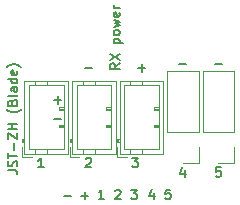
<source format=gbr>
%TF.GenerationSoftware,KiCad,Pcbnew,(5.1.9)-1*%
%TF.CreationDate,2021-10-26T22:47:50+01:00*%
%TF.ProjectId,Top hat 16mm Blade,546f7020-6861-4742-9031-366d6d20426c,rev?*%
%TF.SameCoordinates,Original*%
%TF.FileFunction,Legend,Top*%
%TF.FilePolarity,Positive*%
%FSLAX46Y46*%
G04 Gerber Fmt 4.6, Leading zero omitted, Abs format (unit mm)*
G04 Created by KiCad (PCBNEW (5.1.9)-1) date 2021-10-26 22:47:50*
%MOMM*%
%LPD*%
G01*
G04 APERTURE LIST*
%ADD10C,0.153000*%
%ADD11C,0.120000*%
G04 APERTURE END LIST*
D10*
X168161904Y-149371428D02*
X167780952Y-149638095D01*
X168161904Y-149828571D02*
X167361904Y-149828571D01*
X167361904Y-149523809D01*
X167400000Y-149447619D01*
X167438095Y-149409523D01*
X167514285Y-149371428D01*
X167628571Y-149371428D01*
X167704761Y-149409523D01*
X167742857Y-149447619D01*
X167780952Y-149523809D01*
X167780952Y-149828571D01*
X167361904Y-149104761D02*
X168161904Y-148571428D01*
X167361904Y-148571428D02*
X168161904Y-149104761D01*
X167628571Y-147657142D02*
X168428571Y-147657142D01*
X167666666Y-147657142D02*
X167628571Y-147580952D01*
X167628571Y-147428571D01*
X167666666Y-147352380D01*
X167704761Y-147314285D01*
X167780952Y-147276190D01*
X168009523Y-147276190D01*
X168085714Y-147314285D01*
X168123809Y-147352380D01*
X168161904Y-147428571D01*
X168161904Y-147580952D01*
X168123809Y-147657142D01*
X168161904Y-146819047D02*
X168123809Y-146895238D01*
X168085714Y-146933333D01*
X168009523Y-146971428D01*
X167780952Y-146971428D01*
X167704761Y-146933333D01*
X167666666Y-146895238D01*
X167628571Y-146819047D01*
X167628571Y-146704761D01*
X167666666Y-146628571D01*
X167704761Y-146590476D01*
X167780952Y-146552380D01*
X168009523Y-146552380D01*
X168085714Y-146590476D01*
X168123809Y-146628571D01*
X168161904Y-146704761D01*
X168161904Y-146819047D01*
X167628571Y-146285714D02*
X168161904Y-146133333D01*
X167780952Y-145980952D01*
X168161904Y-145828571D01*
X167628571Y-145676190D01*
X168123809Y-145066666D02*
X168161904Y-145142857D01*
X168161904Y-145295238D01*
X168123809Y-145371428D01*
X168047619Y-145409523D01*
X167742857Y-145409523D01*
X167666666Y-145371428D01*
X167628571Y-145295238D01*
X167628571Y-145142857D01*
X167666666Y-145066666D01*
X167742857Y-145028571D01*
X167819047Y-145028571D01*
X167895238Y-145409523D01*
X168161904Y-144685714D02*
X167628571Y-144685714D01*
X167780952Y-144685714D02*
X167704761Y-144647619D01*
X167666666Y-144609523D01*
X167628571Y-144533333D01*
X167628571Y-144457142D01*
X162595238Y-154057142D02*
X163204761Y-154057142D01*
X162595238Y-152457142D02*
X163204761Y-152457142D01*
X162900000Y-152761904D02*
X162900000Y-152152380D01*
X176690476Y-158161904D02*
X176309523Y-158161904D01*
X176271428Y-158542857D01*
X176309523Y-158504761D01*
X176385714Y-158466666D01*
X176576190Y-158466666D01*
X176652380Y-158504761D01*
X176690476Y-158542857D01*
X176728571Y-158619047D01*
X176728571Y-158809523D01*
X176690476Y-158885714D01*
X176652380Y-158923809D01*
X176576190Y-158961904D01*
X176385714Y-158961904D01*
X176309523Y-158923809D01*
X176271428Y-158885714D01*
X173652380Y-158428571D02*
X173652380Y-158961904D01*
X173461904Y-158123809D02*
X173271428Y-158695238D01*
X173766666Y-158695238D01*
X169233333Y-157361904D02*
X169728571Y-157361904D01*
X169461904Y-157666666D01*
X169576190Y-157666666D01*
X169652380Y-157704761D01*
X169690476Y-157742857D01*
X169728571Y-157819047D01*
X169728571Y-158009523D01*
X169690476Y-158085714D01*
X169652380Y-158123809D01*
X169576190Y-158161904D01*
X169347619Y-158161904D01*
X169271428Y-158123809D01*
X169233333Y-158085714D01*
X165271428Y-157438095D02*
X165309523Y-157400000D01*
X165385714Y-157361904D01*
X165576190Y-157361904D01*
X165652380Y-157400000D01*
X165690476Y-157438095D01*
X165728571Y-157514285D01*
X165728571Y-157590476D01*
X165690476Y-157704761D01*
X165233333Y-158161904D01*
X165728571Y-158161904D01*
X161728571Y-158161904D02*
X161271428Y-158161904D01*
X161500000Y-158161904D02*
X161500000Y-157361904D01*
X161423809Y-157476190D01*
X161347619Y-157552380D01*
X161271428Y-157590476D01*
X176195238Y-149457142D02*
X176804761Y-149457142D01*
X173195238Y-149457142D02*
X173804761Y-149457142D01*
X169695238Y-149757142D02*
X170304761Y-149757142D01*
X170000000Y-150061904D02*
X170000000Y-149452380D01*
X165195238Y-149757142D02*
X165804761Y-149757142D01*
X172440476Y-160061904D02*
X172059523Y-160061904D01*
X172021428Y-160442857D01*
X172059523Y-160404761D01*
X172135714Y-160366666D01*
X172326190Y-160366666D01*
X172402380Y-160404761D01*
X172440476Y-160442857D01*
X172478571Y-160519047D01*
X172478571Y-160709523D01*
X172440476Y-160785714D01*
X172402380Y-160823809D01*
X172326190Y-160861904D01*
X172135714Y-160861904D01*
X172059523Y-160823809D01*
X172021428Y-160785714D01*
X158692904Y-158431952D02*
X159264333Y-158431952D01*
X159378619Y-158470047D01*
X159454809Y-158546238D01*
X159492904Y-158660523D01*
X159492904Y-158736714D01*
X159454809Y-158089095D02*
X159492904Y-157974809D01*
X159492904Y-157784333D01*
X159454809Y-157708142D01*
X159416714Y-157670047D01*
X159340523Y-157631952D01*
X159264333Y-157631952D01*
X159188142Y-157670047D01*
X159150047Y-157708142D01*
X159111952Y-157784333D01*
X159073857Y-157936714D01*
X159035761Y-158012904D01*
X158997666Y-158051000D01*
X158921476Y-158089095D01*
X158845285Y-158089095D01*
X158769095Y-158051000D01*
X158731000Y-158012904D01*
X158692904Y-157936714D01*
X158692904Y-157746238D01*
X158731000Y-157631952D01*
X158692904Y-157403380D02*
X158692904Y-156946238D01*
X159492904Y-157174809D02*
X158692904Y-157174809D01*
X159188142Y-156679571D02*
X159188142Y-156070047D01*
X158692904Y-155765285D02*
X158692904Y-155231952D01*
X159492904Y-155765285D01*
X159492904Y-155231952D01*
X159492904Y-154927190D02*
X158692904Y-154927190D01*
X159073857Y-154927190D02*
X159073857Y-154470047D01*
X159492904Y-154470047D02*
X158692904Y-154470047D01*
X159797666Y-153251000D02*
X159759571Y-153289095D01*
X159645285Y-153365285D01*
X159569095Y-153403380D01*
X159454809Y-153441476D01*
X159264333Y-153479571D01*
X159111952Y-153479571D01*
X158921476Y-153441476D01*
X158807190Y-153403380D01*
X158731000Y-153365285D01*
X158616714Y-153289095D01*
X158578619Y-153251000D01*
X159073857Y-152679571D02*
X159111952Y-152565285D01*
X159150047Y-152527190D01*
X159226238Y-152489095D01*
X159340523Y-152489095D01*
X159416714Y-152527190D01*
X159454809Y-152565285D01*
X159492904Y-152641476D01*
X159492904Y-152946238D01*
X158692904Y-152946238D01*
X158692904Y-152679571D01*
X158731000Y-152603380D01*
X158769095Y-152565285D01*
X158845285Y-152527190D01*
X158921476Y-152527190D01*
X158997666Y-152565285D01*
X159035761Y-152603380D01*
X159073857Y-152679571D01*
X159073857Y-152946238D01*
X159492904Y-152031952D02*
X159454809Y-152108142D01*
X159378619Y-152146238D01*
X158692904Y-152146238D01*
X159492904Y-151384333D02*
X159073857Y-151384333D01*
X158997666Y-151422428D01*
X158959571Y-151498619D01*
X158959571Y-151651000D01*
X158997666Y-151727190D01*
X159454809Y-151384333D02*
X159492904Y-151460523D01*
X159492904Y-151651000D01*
X159454809Y-151727190D01*
X159378619Y-151765285D01*
X159302428Y-151765285D01*
X159226238Y-151727190D01*
X159188142Y-151651000D01*
X159188142Y-151460523D01*
X159150047Y-151384333D01*
X159492904Y-150660523D02*
X158692904Y-150660523D01*
X159454809Y-150660523D02*
X159492904Y-150736714D01*
X159492904Y-150889095D01*
X159454809Y-150965285D01*
X159416714Y-151003380D01*
X159340523Y-151041476D01*
X159111952Y-151041476D01*
X159035761Y-151003380D01*
X158997666Y-150965285D01*
X158959571Y-150889095D01*
X158959571Y-150736714D01*
X158997666Y-150660523D01*
X159454809Y-149974809D02*
X159492904Y-150051000D01*
X159492904Y-150203380D01*
X159454809Y-150279571D01*
X159378619Y-150317666D01*
X159073857Y-150317666D01*
X158997666Y-150279571D01*
X158959571Y-150203380D01*
X158959571Y-150051000D01*
X158997666Y-149974809D01*
X159073857Y-149936714D01*
X159150047Y-149936714D01*
X159226238Y-150317666D01*
X159797666Y-149670047D02*
X159759571Y-149631952D01*
X159645285Y-149555761D01*
X159569095Y-149517666D01*
X159454809Y-149479571D01*
X159264333Y-149441476D01*
X159111952Y-149441476D01*
X158921476Y-149479571D01*
X158807190Y-149517666D01*
X158731000Y-149555761D01*
X158616714Y-149631952D01*
X158578619Y-149670047D01*
X163445238Y-160557142D02*
X164054761Y-160557142D01*
X171042856Y-160328571D02*
X171042856Y-160861904D01*
X170852380Y-160023809D02*
X170661904Y-160595238D01*
X171157142Y-160595238D01*
X169133333Y-160061904D02*
X169628571Y-160061904D01*
X169361904Y-160366666D01*
X169476190Y-160366666D01*
X169552380Y-160404761D01*
X169590476Y-160442857D01*
X169628571Y-160519047D01*
X169628571Y-160709523D01*
X169590476Y-160785714D01*
X169552380Y-160823809D01*
X169476190Y-160861904D01*
X169247619Y-160861904D01*
X169171428Y-160823809D01*
X169133333Y-160785714D01*
X167771428Y-160138095D02*
X167809523Y-160100000D01*
X167885714Y-160061904D01*
X168076190Y-160061904D01*
X168152380Y-160100000D01*
X168190476Y-160138095D01*
X168228571Y-160214285D01*
X168228571Y-160290476D01*
X168190476Y-160404761D01*
X167733333Y-160861904D01*
X168228571Y-160861904D01*
X166828571Y-160861904D02*
X166371428Y-160861904D01*
X166600000Y-160861904D02*
X166600000Y-160061904D01*
X166523809Y-160176190D01*
X166447619Y-160252380D01*
X166371428Y-160290476D01*
X164895238Y-160557142D02*
X165504761Y-160557142D01*
X165200000Y-160861904D02*
X165200000Y-160252380D01*
D11*
%TO.C,J14*%
X177830000Y-150040000D02*
X175170000Y-150040000D01*
X177830000Y-155180000D02*
X177830000Y-150040000D01*
X175170000Y-155180000D02*
X175170000Y-150040000D01*
X177830000Y-155180000D02*
X175170000Y-155180000D01*
X177830000Y-156450000D02*
X177830000Y-157780000D01*
X177830000Y-157780000D02*
X176500000Y-157780000D01*
%TO.C,J13*%
X174830000Y-150040000D02*
X172170000Y-150040000D01*
X174830000Y-155180000D02*
X174830000Y-150040000D01*
X172170000Y-155180000D02*
X172170000Y-150040000D01*
X174830000Y-155180000D02*
X172170000Y-155180000D01*
X174830000Y-156450000D02*
X174830000Y-157780000D01*
X174830000Y-157780000D02*
X173500000Y-157780000D01*
%TO.C,J12*%
X168135000Y-157050000D02*
X171855000Y-157050000D01*
X171855000Y-157050000D02*
X171855000Y-150830000D01*
X171855000Y-150830000D02*
X168135000Y-150830000D01*
X168135000Y-150830000D02*
X168135000Y-157050000D01*
X168135000Y-155740000D02*
X167935000Y-155740000D01*
X167935000Y-155740000D02*
X167935000Y-156040000D01*
X167935000Y-156040000D02*
X168135000Y-156040000D01*
X168035000Y-155740000D02*
X168035000Y-156040000D01*
X168535000Y-156650000D02*
X171455000Y-156650000D01*
X171455000Y-156650000D02*
X171455000Y-151230000D01*
X171455000Y-151230000D02*
X168535000Y-151230000D01*
X168535000Y-151230000D02*
X168535000Y-156650000D01*
X169045000Y-157050000D02*
X169045000Y-156650000D01*
X170045000Y-157050000D02*
X170045000Y-156650000D01*
X169045000Y-150830000D02*
X169045000Y-151230000D01*
X170045000Y-150830000D02*
X170045000Y-151230000D01*
X171455000Y-154790000D02*
X171055000Y-154790000D01*
X171055000Y-154790000D02*
X171055000Y-154590000D01*
X171055000Y-154590000D02*
X171455000Y-154590000D01*
X171455000Y-154690000D02*
X171055000Y-154690000D01*
X171455000Y-153290000D02*
X171055000Y-153290000D01*
X171055000Y-153290000D02*
X171055000Y-153090000D01*
X171055000Y-153090000D02*
X171455000Y-153090000D01*
X171455000Y-153190000D02*
X171055000Y-153190000D01*
X167935000Y-156450000D02*
X167935000Y-157250000D01*
X167935000Y-157250000D02*
X168735000Y-157250000D01*
%TO.C,J11*%
X164112500Y-157050000D02*
X167832500Y-157050000D01*
X167832500Y-157050000D02*
X167832500Y-150830000D01*
X167832500Y-150830000D02*
X164112500Y-150830000D01*
X164112500Y-150830000D02*
X164112500Y-157050000D01*
X164112500Y-155740000D02*
X163912500Y-155740000D01*
X163912500Y-155740000D02*
X163912500Y-156040000D01*
X163912500Y-156040000D02*
X164112500Y-156040000D01*
X164012500Y-155740000D02*
X164012500Y-156040000D01*
X164512500Y-156650000D02*
X167432500Y-156650000D01*
X167432500Y-156650000D02*
X167432500Y-151230000D01*
X167432500Y-151230000D02*
X164512500Y-151230000D01*
X164512500Y-151230000D02*
X164512500Y-156650000D01*
X165022500Y-157050000D02*
X165022500Y-156650000D01*
X166022500Y-157050000D02*
X166022500Y-156650000D01*
X165022500Y-150830000D02*
X165022500Y-151230000D01*
X166022500Y-150830000D02*
X166022500Y-151230000D01*
X167432500Y-154790000D02*
X167032500Y-154790000D01*
X167032500Y-154790000D02*
X167032500Y-154590000D01*
X167032500Y-154590000D02*
X167432500Y-154590000D01*
X167432500Y-154690000D02*
X167032500Y-154690000D01*
X167432500Y-153290000D02*
X167032500Y-153290000D01*
X167032500Y-153290000D02*
X167032500Y-153090000D01*
X167032500Y-153090000D02*
X167432500Y-153090000D01*
X167432500Y-153190000D02*
X167032500Y-153190000D01*
X163912500Y-156450000D02*
X163912500Y-157250000D01*
X163912500Y-157250000D02*
X164712500Y-157250000D01*
%TO.C,J10*%
X160090000Y-157050000D02*
X163810000Y-157050000D01*
X163810000Y-157050000D02*
X163810000Y-150830000D01*
X163810000Y-150830000D02*
X160090000Y-150830000D01*
X160090000Y-150830000D02*
X160090000Y-157050000D01*
X160090000Y-155740000D02*
X159890000Y-155740000D01*
X159890000Y-155740000D02*
X159890000Y-156040000D01*
X159890000Y-156040000D02*
X160090000Y-156040000D01*
X159990000Y-155740000D02*
X159990000Y-156040000D01*
X160490000Y-156650000D02*
X163410000Y-156650000D01*
X163410000Y-156650000D02*
X163410000Y-151230000D01*
X163410000Y-151230000D02*
X160490000Y-151230000D01*
X160490000Y-151230000D02*
X160490000Y-156650000D01*
X161000000Y-157050000D02*
X161000000Y-156650000D01*
X162000000Y-157050000D02*
X162000000Y-156650000D01*
X161000000Y-150830000D02*
X161000000Y-151230000D01*
X162000000Y-150830000D02*
X162000000Y-151230000D01*
X163410000Y-154790000D02*
X163010000Y-154790000D01*
X163010000Y-154790000D02*
X163010000Y-154590000D01*
X163010000Y-154590000D02*
X163410000Y-154590000D01*
X163410000Y-154690000D02*
X163010000Y-154690000D01*
X163410000Y-153290000D02*
X163010000Y-153290000D01*
X163010000Y-153290000D02*
X163010000Y-153090000D01*
X163010000Y-153090000D02*
X163410000Y-153090000D01*
X163410000Y-153190000D02*
X163010000Y-153190000D01*
X159890000Y-156450000D02*
X159890000Y-157250000D01*
X159890000Y-157250000D02*
X160690000Y-157250000D01*
%TD*%
M02*

</source>
